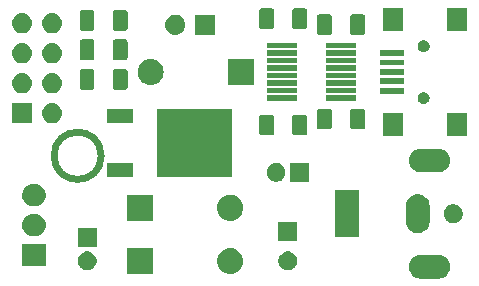
<source format=gbr>
G04 #@! TF.GenerationSoftware,KiCad,Pcbnew,5.0.2-bee76a0~70~ubuntu18.04.1*
G04 #@! TF.CreationDate,2019-05-15T10:04:00-07:00*
G04 #@! TF.ProjectId,shellbell,7368656c-6c62-4656-9c6c-2e6b69636164,rev?*
G04 #@! TF.SameCoordinates,Original*
G04 #@! TF.FileFunction,Soldermask,Top*
G04 #@! TF.FilePolarity,Negative*
%FSLAX46Y46*%
G04 Gerber Fmt 4.6, Leading zero omitted, Abs format (unit mm)*
G04 Created by KiCad (PCBNEW 5.0.2-bee76a0~70~ubuntu18.04.1) date Wed 15 May 2019 10:04:00 AM PDT*
%MOMM*%
%LPD*%
G01*
G04 APERTURE LIST*
%ADD10C,0.600000*%
%ADD11C,0.100000*%
G04 APERTURE END LIST*
D10*
X139200000Y-107600000D02*
G75*
G03X139200000Y-107600000I-2000000J0D01*
G01*
D11*
G36*
X167946034Y-116014470D02*
X168040285Y-116043061D01*
X168134536Y-116071651D01*
X168226969Y-116121058D01*
X168308258Y-116164508D01*
X168460528Y-116289472D01*
X168585492Y-116441742D01*
X168585493Y-116441744D01*
X168678349Y-116615464D01*
X168678349Y-116615465D01*
X168735530Y-116803966D01*
X168754838Y-117000000D01*
X168735530Y-117196034D01*
X168713318Y-117269256D01*
X168678349Y-117384536D01*
X168596113Y-117538388D01*
X168585492Y-117558258D01*
X168460528Y-117710528D01*
X168308258Y-117835492D01*
X168308256Y-117835493D01*
X168134536Y-117928349D01*
X168040285Y-117956939D01*
X167946034Y-117985530D01*
X167799120Y-118000000D01*
X166200880Y-118000000D01*
X166053966Y-117985530D01*
X165959715Y-117956939D01*
X165865464Y-117928349D01*
X165691744Y-117835493D01*
X165691742Y-117835492D01*
X165539472Y-117710528D01*
X165414508Y-117558258D01*
X165403887Y-117538388D01*
X165321651Y-117384536D01*
X165286682Y-117269256D01*
X165264470Y-117196034D01*
X165245162Y-117000000D01*
X165264470Y-116803966D01*
X165321651Y-116615465D01*
X165321651Y-116615464D01*
X165414507Y-116441744D01*
X165414508Y-116441742D01*
X165539472Y-116289472D01*
X165691742Y-116164508D01*
X165773031Y-116121058D01*
X165865464Y-116071651D01*
X165959715Y-116043061D01*
X166053966Y-116014470D01*
X166200880Y-116000000D01*
X167799120Y-116000000D01*
X167946034Y-116014470D01*
X167946034Y-116014470D01*
G37*
G36*
X150335638Y-115415916D02*
X150486153Y-115461575D01*
X150542990Y-115478816D01*
X150665127Y-115544100D01*
X150734084Y-115580958D01*
X150901581Y-115718419D01*
X151039042Y-115885916D01*
X151075900Y-115954873D01*
X151141184Y-116077010D01*
X151158425Y-116133847D01*
X151204084Y-116284362D01*
X151225322Y-116500000D01*
X151204084Y-116715638D01*
X151177289Y-116803967D01*
X151141184Y-116922990D01*
X151125410Y-116952500D01*
X151039042Y-117114084D01*
X150901581Y-117281581D01*
X150734084Y-117419042D01*
X150665127Y-117455900D01*
X150542990Y-117521184D01*
X150486153Y-117538425D01*
X150335638Y-117584084D01*
X150174036Y-117600000D01*
X150065964Y-117600000D01*
X149904362Y-117584084D01*
X149753847Y-117538425D01*
X149697010Y-117521184D01*
X149574873Y-117455900D01*
X149505916Y-117419042D01*
X149338419Y-117281581D01*
X149200958Y-117114084D01*
X149114590Y-116952500D01*
X149098816Y-116922990D01*
X149062711Y-116803967D01*
X149035916Y-116715638D01*
X149014678Y-116500000D01*
X149035916Y-116284362D01*
X149081575Y-116133847D01*
X149098816Y-116077010D01*
X149164100Y-115954873D01*
X149200958Y-115885916D01*
X149338419Y-115718419D01*
X149505916Y-115580958D01*
X149574873Y-115544100D01*
X149697010Y-115478816D01*
X149753847Y-115461575D01*
X149904362Y-115415916D01*
X150065964Y-115400000D01*
X150174036Y-115400000D01*
X150335638Y-115415916D01*
X150335638Y-115415916D01*
G37*
G36*
X143600000Y-117600000D02*
X141400000Y-117600000D01*
X141400000Y-115400000D01*
X143600000Y-115400000D01*
X143600000Y-117600000D01*
X143600000Y-117600000D01*
G37*
G36*
X155233351Y-115730743D02*
X155378942Y-115791049D01*
X155509970Y-115878599D01*
X155621401Y-115990030D01*
X155708951Y-116121058D01*
X155769257Y-116266649D01*
X155800000Y-116421207D01*
X155800000Y-116578793D01*
X155769257Y-116733351D01*
X155708951Y-116878942D01*
X155621401Y-117009970D01*
X155509970Y-117121401D01*
X155378942Y-117208951D01*
X155233351Y-117269257D01*
X155078793Y-117300000D01*
X154921207Y-117300000D01*
X154766649Y-117269257D01*
X154621058Y-117208951D01*
X154490030Y-117121401D01*
X154378599Y-117009970D01*
X154291049Y-116878942D01*
X154230743Y-116733351D01*
X154200000Y-116578793D01*
X154200000Y-116421207D01*
X154230743Y-116266649D01*
X154291049Y-116121058D01*
X154378599Y-115990030D01*
X154490030Y-115878599D01*
X154621058Y-115791049D01*
X154766649Y-115730743D01*
X154921207Y-115700000D01*
X155078793Y-115700000D01*
X155233351Y-115730743D01*
X155233351Y-115730743D01*
G37*
G36*
X138233351Y-115730743D02*
X138378942Y-115791049D01*
X138509970Y-115878599D01*
X138621401Y-115990030D01*
X138708951Y-116121058D01*
X138769257Y-116266649D01*
X138800000Y-116421207D01*
X138800000Y-116578793D01*
X138769257Y-116733351D01*
X138708951Y-116878942D01*
X138621401Y-117009970D01*
X138509970Y-117121401D01*
X138378942Y-117208951D01*
X138233351Y-117269257D01*
X138078793Y-117300000D01*
X137921207Y-117300000D01*
X137766649Y-117269257D01*
X137621058Y-117208951D01*
X137490030Y-117121401D01*
X137378599Y-117009970D01*
X137291049Y-116878942D01*
X137230743Y-116733351D01*
X137200000Y-116578793D01*
X137200000Y-116421207D01*
X137230743Y-116266649D01*
X137291049Y-116121058D01*
X137378599Y-115990030D01*
X137490030Y-115878599D01*
X137621058Y-115791049D01*
X137766649Y-115730743D01*
X137921207Y-115700000D01*
X138078793Y-115700000D01*
X138233351Y-115730743D01*
X138233351Y-115730743D01*
G37*
G36*
X134500000Y-116952500D02*
X132500000Y-116952500D01*
X132500000Y-115047500D01*
X134500000Y-115047500D01*
X134500000Y-116952500D01*
X134500000Y-116952500D01*
G37*
G36*
X138800000Y-115300000D02*
X137200000Y-115300000D01*
X137200000Y-113700000D01*
X138800000Y-113700000D01*
X138800000Y-115300000D01*
X138800000Y-115300000D01*
G37*
G36*
X155800000Y-114800000D02*
X154200000Y-114800000D01*
X154200000Y-113200000D01*
X155800000Y-113200000D01*
X155800000Y-114800000D01*
X155800000Y-114800000D01*
G37*
G36*
X161000000Y-114500000D02*
X159000000Y-114500000D01*
X159000000Y-110500000D01*
X161000000Y-110500000D01*
X161000000Y-114500000D01*
X161000000Y-114500000D01*
G37*
G36*
X133734223Y-112521283D02*
X133823996Y-112548516D01*
X133913771Y-112575748D01*
X134019531Y-112632278D01*
X134079241Y-112664194D01*
X134224278Y-112783222D01*
X134343306Y-112928259D01*
X134375222Y-112987969D01*
X134431752Y-113093729D01*
X134433654Y-113100000D01*
X134486217Y-113273277D01*
X134504608Y-113460000D01*
X134486217Y-113646723D01*
X134467551Y-113708256D01*
X134431752Y-113826271D01*
X134375222Y-113932031D01*
X134343306Y-113991741D01*
X134224278Y-114136778D01*
X134079241Y-114255806D01*
X134019531Y-114287722D01*
X133913771Y-114344252D01*
X133823996Y-114371485D01*
X133734223Y-114398717D01*
X133594285Y-114412500D01*
X133405715Y-114412500D01*
X133265777Y-114398717D01*
X133176004Y-114371485D01*
X133086229Y-114344252D01*
X132980469Y-114287722D01*
X132920759Y-114255806D01*
X132775722Y-114136778D01*
X132656694Y-113991741D01*
X132624778Y-113932031D01*
X132568248Y-113826271D01*
X132532449Y-113708256D01*
X132513783Y-113646723D01*
X132495392Y-113460000D01*
X132513783Y-113273277D01*
X132566346Y-113100000D01*
X132568248Y-113093729D01*
X132624778Y-112987969D01*
X132656694Y-112928259D01*
X132775722Y-112783222D01*
X132920759Y-112664194D01*
X132980469Y-112632278D01*
X133086229Y-112575748D01*
X133176004Y-112548516D01*
X133265777Y-112521283D01*
X133405715Y-112507500D01*
X133594285Y-112507500D01*
X133734223Y-112521283D01*
X133734223Y-112521283D01*
G37*
G36*
X166196033Y-110864470D02*
X166290283Y-110893060D01*
X166384535Y-110921651D01*
X166491483Y-110978816D01*
X166558258Y-111014508D01*
X166710528Y-111139472D01*
X166835492Y-111291742D01*
X166835493Y-111291744D01*
X166928349Y-111465464D01*
X166956939Y-111559715D01*
X166985530Y-111653966D01*
X167000000Y-111800880D01*
X167000000Y-113199120D01*
X166985530Y-113346034D01*
X166956939Y-113440285D01*
X166928349Y-113534536D01*
X166868384Y-113646721D01*
X166835492Y-113708258D01*
X166710528Y-113860528D01*
X166558258Y-113985492D01*
X166558256Y-113985493D01*
X166384536Y-114078349D01*
X166290284Y-114106940D01*
X166196034Y-114135530D01*
X166000000Y-114154838D01*
X165803967Y-114135530D01*
X165709717Y-114106940D01*
X165615465Y-114078349D01*
X165441745Y-113985493D01*
X165441743Y-113985492D01*
X165289473Y-113860528D01*
X165164509Y-113708258D01*
X165131617Y-113646721D01*
X165071650Y-113534532D01*
X165014470Y-113346038D01*
X165000000Y-113199120D01*
X165000000Y-111800881D01*
X165014470Y-111653968D01*
X165014471Y-111653966D01*
X165071651Y-111465466D01*
X165071651Y-111465465D01*
X165164507Y-111291744D01*
X165164508Y-111291742D01*
X165289472Y-111139472D01*
X165441742Y-111014508D01*
X165508517Y-110978816D01*
X165615464Y-110921651D01*
X165709716Y-110893060D01*
X165803966Y-110864470D01*
X166000000Y-110845162D01*
X166196033Y-110864470D01*
X166196033Y-110864470D01*
G37*
G36*
X169233351Y-111730743D02*
X169378942Y-111791049D01*
X169509970Y-111878599D01*
X169621401Y-111990030D01*
X169708951Y-112121058D01*
X169769257Y-112266649D01*
X169800000Y-112421207D01*
X169800000Y-112578793D01*
X169769257Y-112733351D01*
X169708951Y-112878942D01*
X169621401Y-113009970D01*
X169509970Y-113121401D01*
X169378942Y-113208951D01*
X169233351Y-113269257D01*
X169078793Y-113300000D01*
X168921207Y-113300000D01*
X168766649Y-113269257D01*
X168621058Y-113208951D01*
X168490030Y-113121401D01*
X168378599Y-113009970D01*
X168291049Y-112878942D01*
X168230743Y-112733351D01*
X168200000Y-112578793D01*
X168200000Y-112421207D01*
X168230743Y-112266649D01*
X168291049Y-112121058D01*
X168378599Y-111990030D01*
X168490030Y-111878599D01*
X168621058Y-111791049D01*
X168766649Y-111730743D01*
X168921207Y-111700000D01*
X169078793Y-111700000D01*
X169233351Y-111730743D01*
X169233351Y-111730743D01*
G37*
G36*
X150335638Y-110915916D02*
X150486153Y-110961575D01*
X150542990Y-110978816D01*
X150665127Y-111044100D01*
X150734084Y-111080958D01*
X150901581Y-111218419D01*
X151039042Y-111385916D01*
X151074224Y-111451738D01*
X151141184Y-111577010D01*
X151147180Y-111596777D01*
X151204084Y-111784362D01*
X151225322Y-112000000D01*
X151204084Y-112215638D01*
X151158425Y-112366153D01*
X151141184Y-112422990D01*
X151096012Y-112507500D01*
X151039042Y-112614084D01*
X150901581Y-112781581D01*
X150734084Y-112919042D01*
X150716834Y-112928262D01*
X150542990Y-113021184D01*
X150486153Y-113038425D01*
X150335638Y-113084084D01*
X150174036Y-113100000D01*
X150065964Y-113100000D01*
X149904362Y-113084084D01*
X149753847Y-113038425D01*
X149697010Y-113021184D01*
X149523166Y-112928262D01*
X149505916Y-112919042D01*
X149338419Y-112781581D01*
X149200958Y-112614084D01*
X149143988Y-112507500D01*
X149098816Y-112422990D01*
X149081575Y-112366153D01*
X149035916Y-112215638D01*
X149014678Y-112000000D01*
X149035916Y-111784362D01*
X149092820Y-111596777D01*
X149098816Y-111577010D01*
X149165776Y-111451738D01*
X149200958Y-111385916D01*
X149338419Y-111218419D01*
X149505916Y-111080958D01*
X149574873Y-111044100D01*
X149697010Y-110978816D01*
X149753847Y-110961575D01*
X149904362Y-110915916D01*
X150065964Y-110900000D01*
X150174036Y-110900000D01*
X150335638Y-110915916D01*
X150335638Y-110915916D01*
G37*
G36*
X143600000Y-113100000D02*
X141400000Y-113100000D01*
X141400000Y-110900000D01*
X143600000Y-110900000D01*
X143600000Y-113100000D01*
X143600000Y-113100000D01*
G37*
G36*
X133734223Y-109981283D02*
X133823996Y-110008515D01*
X133913771Y-110035748D01*
X134019531Y-110092278D01*
X134079241Y-110124194D01*
X134224278Y-110243222D01*
X134343306Y-110388259D01*
X134375222Y-110447969D01*
X134431752Y-110553729D01*
X134458984Y-110643504D01*
X134486217Y-110733277D01*
X134504608Y-110920000D01*
X134486217Y-111106723D01*
X134476282Y-111139473D01*
X134431752Y-111286271D01*
X134378490Y-111385916D01*
X134343306Y-111451741D01*
X134224278Y-111596778D01*
X134079241Y-111715806D01*
X134019531Y-111747722D01*
X133913771Y-111804252D01*
X133823996Y-111831484D01*
X133734223Y-111858717D01*
X133594285Y-111872500D01*
X133405715Y-111872500D01*
X133265777Y-111858717D01*
X133176004Y-111831484D01*
X133086229Y-111804252D01*
X132980469Y-111747722D01*
X132920759Y-111715806D01*
X132775722Y-111596778D01*
X132656694Y-111451741D01*
X132621510Y-111385916D01*
X132568248Y-111286271D01*
X132523718Y-111139473D01*
X132513783Y-111106723D01*
X132495392Y-110920000D01*
X132513783Y-110733277D01*
X132541016Y-110643504D01*
X132568248Y-110553729D01*
X132624778Y-110447969D01*
X132656694Y-110388259D01*
X132775722Y-110243222D01*
X132920759Y-110124194D01*
X132980469Y-110092278D01*
X133086229Y-110035748D01*
X133176004Y-110008515D01*
X133265777Y-109981283D01*
X133405715Y-109967500D01*
X133594285Y-109967500D01*
X133734223Y-109981283D01*
X133734223Y-109981283D01*
G37*
G36*
X154233351Y-108230743D02*
X154378942Y-108291049D01*
X154509970Y-108378599D01*
X154621401Y-108490030D01*
X154708951Y-108621058D01*
X154769257Y-108766649D01*
X154800000Y-108921207D01*
X154800000Y-109078793D01*
X154769257Y-109233351D01*
X154708951Y-109378942D01*
X154621401Y-109509970D01*
X154509970Y-109621401D01*
X154378942Y-109708951D01*
X154233351Y-109769257D01*
X154078793Y-109800000D01*
X153921207Y-109800000D01*
X153766649Y-109769257D01*
X153621058Y-109708951D01*
X153490030Y-109621401D01*
X153378599Y-109509970D01*
X153291049Y-109378942D01*
X153230743Y-109233351D01*
X153200000Y-109078793D01*
X153200000Y-108921207D01*
X153230743Y-108766649D01*
X153291049Y-108621058D01*
X153378599Y-108490030D01*
X153490030Y-108378599D01*
X153621058Y-108291049D01*
X153766649Y-108230743D01*
X153921207Y-108200000D01*
X154078793Y-108200000D01*
X154233351Y-108230743D01*
X154233351Y-108230743D01*
G37*
G36*
X156800000Y-109800000D02*
X155200000Y-109800000D01*
X155200000Y-108200000D01*
X156800000Y-108200000D01*
X156800000Y-109800000D01*
X156800000Y-109800000D01*
G37*
G36*
X150300000Y-109400000D02*
X143900000Y-109400000D01*
X143900000Y-103600000D01*
X150300000Y-103600000D01*
X150300000Y-109400000D01*
X150300000Y-109400000D01*
G37*
G36*
X141900000Y-109380000D02*
X139700000Y-109380000D01*
X139700000Y-108180000D01*
X141900000Y-108180000D01*
X141900000Y-109380000D01*
X141900000Y-109380000D01*
G37*
G36*
X167946034Y-107014470D02*
X168040284Y-107043060D01*
X168134536Y-107071651D01*
X168288388Y-107153887D01*
X168308258Y-107164508D01*
X168460528Y-107289472D01*
X168585492Y-107441742D01*
X168585493Y-107441744D01*
X168678349Y-107615464D01*
X168735530Y-107803967D01*
X168754838Y-108000000D01*
X168735530Y-108196033D01*
X168678349Y-108384536D01*
X168621961Y-108490030D01*
X168585492Y-108558258D01*
X168460528Y-108710528D01*
X168308258Y-108835492D01*
X168308256Y-108835493D01*
X168134536Y-108928349D01*
X168040285Y-108956939D01*
X167946034Y-108985530D01*
X167799120Y-109000000D01*
X166200880Y-109000000D01*
X166053966Y-108985530D01*
X165959715Y-108956939D01*
X165865464Y-108928349D01*
X165691744Y-108835493D01*
X165691742Y-108835492D01*
X165539472Y-108710528D01*
X165414508Y-108558258D01*
X165378039Y-108490030D01*
X165321651Y-108384536D01*
X165264470Y-108196033D01*
X165245162Y-108000000D01*
X165264470Y-107803967D01*
X165321651Y-107615464D01*
X165414507Y-107441744D01*
X165414508Y-107441742D01*
X165539472Y-107289472D01*
X165691742Y-107164508D01*
X165711612Y-107153887D01*
X165865464Y-107071651D01*
X165959716Y-107043060D01*
X166053966Y-107014470D01*
X166200880Y-107000000D01*
X167799120Y-107000000D01*
X167946034Y-107014470D01*
X167946034Y-107014470D01*
G37*
G36*
X170200000Y-105950000D02*
X168500000Y-105950000D01*
X168500000Y-103950000D01*
X170200000Y-103950000D01*
X170200000Y-105950000D01*
X170200000Y-105950000D01*
G37*
G36*
X164750000Y-105950000D02*
X163050000Y-105950000D01*
X163050000Y-103950000D01*
X164750000Y-103950000D01*
X164750000Y-105950000D01*
X164750000Y-105950000D01*
G37*
G36*
X156459924Y-104129295D02*
X156498309Y-104140939D01*
X156533692Y-104159852D01*
X156564700Y-104185300D01*
X156590148Y-104216308D01*
X156609061Y-104251691D01*
X156620705Y-104290076D01*
X156625000Y-104333686D01*
X156625000Y-105666314D01*
X156620705Y-105709924D01*
X156609061Y-105748309D01*
X156590148Y-105783692D01*
X156564700Y-105814700D01*
X156533692Y-105840148D01*
X156498309Y-105859061D01*
X156459924Y-105870705D01*
X156416314Y-105875000D01*
X155583686Y-105875000D01*
X155540076Y-105870705D01*
X155501691Y-105859061D01*
X155466308Y-105840148D01*
X155435300Y-105814700D01*
X155409852Y-105783692D01*
X155390939Y-105748309D01*
X155379295Y-105709924D01*
X155375000Y-105666314D01*
X155375000Y-104333686D01*
X155379295Y-104290076D01*
X155390939Y-104251691D01*
X155409852Y-104216308D01*
X155435300Y-104185300D01*
X155466308Y-104159852D01*
X155501691Y-104140939D01*
X155540076Y-104129295D01*
X155583686Y-104125000D01*
X156416314Y-104125000D01*
X156459924Y-104129295D01*
X156459924Y-104129295D01*
G37*
G36*
X153659924Y-104129295D02*
X153698309Y-104140939D01*
X153733692Y-104159852D01*
X153764700Y-104185300D01*
X153790148Y-104216308D01*
X153809061Y-104251691D01*
X153820705Y-104290076D01*
X153825000Y-104333686D01*
X153825000Y-105666314D01*
X153820705Y-105709924D01*
X153809061Y-105748309D01*
X153790148Y-105783692D01*
X153764700Y-105814700D01*
X153733692Y-105840148D01*
X153698309Y-105859061D01*
X153659924Y-105870705D01*
X153616314Y-105875000D01*
X152783686Y-105875000D01*
X152740076Y-105870705D01*
X152701691Y-105859061D01*
X152666308Y-105840148D01*
X152635300Y-105814700D01*
X152609852Y-105783692D01*
X152590939Y-105748309D01*
X152579295Y-105709924D01*
X152575000Y-105666314D01*
X152575000Y-104333686D01*
X152579295Y-104290076D01*
X152590939Y-104251691D01*
X152609852Y-104216308D01*
X152635300Y-104185300D01*
X152666308Y-104159852D01*
X152701691Y-104140939D01*
X152740076Y-104129295D01*
X152783686Y-104125000D01*
X153616314Y-104125000D01*
X153659924Y-104129295D01*
X153659924Y-104129295D01*
G37*
G36*
X158559924Y-103629295D02*
X158598309Y-103640939D01*
X158633692Y-103659852D01*
X158664700Y-103685300D01*
X158690148Y-103716308D01*
X158709061Y-103751691D01*
X158720705Y-103790076D01*
X158725000Y-103833686D01*
X158725000Y-105166314D01*
X158720705Y-105209924D01*
X158709061Y-105248309D01*
X158690148Y-105283692D01*
X158664700Y-105314700D01*
X158633692Y-105340148D01*
X158598309Y-105359061D01*
X158559924Y-105370705D01*
X158516314Y-105375000D01*
X157683686Y-105375000D01*
X157640076Y-105370705D01*
X157601691Y-105359061D01*
X157566308Y-105340148D01*
X157535300Y-105314700D01*
X157509852Y-105283692D01*
X157490939Y-105248309D01*
X157479295Y-105209924D01*
X157475000Y-105166314D01*
X157475000Y-103833686D01*
X157479295Y-103790076D01*
X157490939Y-103751691D01*
X157509852Y-103716308D01*
X157535300Y-103685300D01*
X157566308Y-103659852D01*
X157601691Y-103640939D01*
X157640076Y-103629295D01*
X157683686Y-103625000D01*
X158516314Y-103625000D01*
X158559924Y-103629295D01*
X158559924Y-103629295D01*
G37*
G36*
X161359924Y-103629295D02*
X161398309Y-103640939D01*
X161433692Y-103659852D01*
X161464700Y-103685300D01*
X161490148Y-103716308D01*
X161509061Y-103751691D01*
X161520705Y-103790076D01*
X161525000Y-103833686D01*
X161525000Y-105166314D01*
X161520705Y-105209924D01*
X161509061Y-105248309D01*
X161490148Y-105283692D01*
X161464700Y-105314700D01*
X161433692Y-105340148D01*
X161398309Y-105359061D01*
X161359924Y-105370705D01*
X161316314Y-105375000D01*
X160483686Y-105375000D01*
X160440076Y-105370705D01*
X160401691Y-105359061D01*
X160366308Y-105340148D01*
X160335300Y-105314700D01*
X160309852Y-105283692D01*
X160290939Y-105248309D01*
X160279295Y-105209924D01*
X160275000Y-105166314D01*
X160275000Y-103833686D01*
X160279295Y-103790076D01*
X160290939Y-103751691D01*
X160309852Y-103716308D01*
X160335300Y-103685300D01*
X160366308Y-103659852D01*
X160401691Y-103640939D01*
X160440076Y-103629295D01*
X160483686Y-103625000D01*
X161316314Y-103625000D01*
X161359924Y-103629295D01*
X161359924Y-103629295D01*
G37*
G36*
X133350000Y-104850000D02*
X131650000Y-104850000D01*
X131650000Y-103150000D01*
X133350000Y-103150000D01*
X133350000Y-104850000D01*
X133350000Y-104850000D01*
G37*
G36*
X135206629Y-103162300D02*
X135366855Y-103210903D01*
X135514519Y-103289832D01*
X135643948Y-103396052D01*
X135750168Y-103525481D01*
X135829097Y-103673145D01*
X135877700Y-103833371D01*
X135894112Y-104000000D01*
X135877700Y-104166629D01*
X135829097Y-104326855D01*
X135750168Y-104474519D01*
X135643948Y-104603948D01*
X135514519Y-104710168D01*
X135366855Y-104789097D01*
X135206629Y-104837700D01*
X135081749Y-104850000D01*
X134998251Y-104850000D01*
X134873371Y-104837700D01*
X134713145Y-104789097D01*
X134565481Y-104710168D01*
X134436052Y-104603948D01*
X134329832Y-104474519D01*
X134250903Y-104326855D01*
X134202300Y-104166629D01*
X134185888Y-104000000D01*
X134202300Y-103833371D01*
X134250903Y-103673145D01*
X134329832Y-103525481D01*
X134436052Y-103396052D01*
X134565481Y-103289832D01*
X134713145Y-103210903D01*
X134873371Y-103162300D01*
X134998251Y-103150000D01*
X135081749Y-103150000D01*
X135206629Y-103162300D01*
X135206629Y-103162300D01*
G37*
G36*
X141900000Y-104820000D02*
X139700000Y-104820000D01*
X139700000Y-103620000D01*
X141900000Y-103620000D01*
X141900000Y-104820000D01*
X141900000Y-104820000D01*
G37*
G36*
X166645845Y-102219215D02*
X166736839Y-102256906D01*
X166818731Y-102311624D01*
X166888376Y-102381269D01*
X166943094Y-102463161D01*
X166980785Y-102554155D01*
X167000000Y-102650755D01*
X167000000Y-102749245D01*
X166980785Y-102845845D01*
X166943094Y-102936839D01*
X166888376Y-103018731D01*
X166818731Y-103088376D01*
X166736839Y-103143094D01*
X166645845Y-103180785D01*
X166549246Y-103200000D01*
X166450754Y-103200000D01*
X166354155Y-103180785D01*
X166263161Y-103143094D01*
X166181269Y-103088376D01*
X166111624Y-103018731D01*
X166056906Y-102936839D01*
X166019215Y-102845845D01*
X166000000Y-102749245D01*
X166000000Y-102650755D01*
X166019215Y-102554155D01*
X166056906Y-102463161D01*
X166111624Y-102381269D01*
X166181269Y-102311624D01*
X166263161Y-102256906D01*
X166354155Y-102219215D01*
X166450754Y-102200000D01*
X166549246Y-102200000D01*
X166645845Y-102219215D01*
X166645845Y-102219215D01*
G37*
G36*
X160733800Y-102951100D02*
X158193800Y-102951100D01*
X158193800Y-102493900D01*
X160733800Y-102493900D01*
X160733800Y-102951100D01*
X160733800Y-102951100D01*
G37*
G36*
X155806200Y-102951100D02*
X153266200Y-102951100D01*
X153266200Y-102493900D01*
X155806200Y-102493900D01*
X155806200Y-102951100D01*
X155806200Y-102951100D01*
G37*
G36*
X164800000Y-102350000D02*
X162800000Y-102350000D01*
X162800000Y-101850000D01*
X164800000Y-101850000D01*
X164800000Y-102350000D01*
X164800000Y-102350000D01*
G37*
G36*
X155806200Y-102316100D02*
X153266200Y-102316100D01*
X153266200Y-101858900D01*
X155806200Y-101858900D01*
X155806200Y-102316100D01*
X155806200Y-102316100D01*
G37*
G36*
X160733800Y-102316100D02*
X158193800Y-102316100D01*
X158193800Y-101858900D01*
X160733800Y-101858900D01*
X160733800Y-102316100D01*
X160733800Y-102316100D01*
G37*
G36*
X132666629Y-100622300D02*
X132826855Y-100670903D01*
X132974519Y-100749832D01*
X133103948Y-100856052D01*
X133210168Y-100985481D01*
X133289097Y-101133145D01*
X133337700Y-101293371D01*
X133354112Y-101460000D01*
X133337700Y-101626629D01*
X133289097Y-101786855D01*
X133210168Y-101934519D01*
X133103948Y-102063948D01*
X132974519Y-102170168D01*
X132826855Y-102249097D01*
X132666629Y-102297700D01*
X132541749Y-102310000D01*
X132458251Y-102310000D01*
X132333371Y-102297700D01*
X132173145Y-102249097D01*
X132025481Y-102170168D01*
X131896052Y-102063948D01*
X131789832Y-101934519D01*
X131710903Y-101786855D01*
X131662300Y-101626629D01*
X131645888Y-101460000D01*
X131662300Y-101293371D01*
X131710903Y-101133145D01*
X131789832Y-100985481D01*
X131896052Y-100856052D01*
X132025481Y-100749832D01*
X132173145Y-100670903D01*
X132333371Y-100622300D01*
X132458251Y-100610000D01*
X132541749Y-100610000D01*
X132666629Y-100622300D01*
X132666629Y-100622300D01*
G37*
G36*
X135206629Y-100622300D02*
X135366855Y-100670903D01*
X135514519Y-100749832D01*
X135643948Y-100856052D01*
X135750168Y-100985481D01*
X135829097Y-101133145D01*
X135877700Y-101293371D01*
X135894112Y-101460000D01*
X135877700Y-101626629D01*
X135829097Y-101786855D01*
X135750168Y-101934519D01*
X135643948Y-102063948D01*
X135514519Y-102170168D01*
X135366855Y-102249097D01*
X135206629Y-102297700D01*
X135081749Y-102310000D01*
X134998251Y-102310000D01*
X134873371Y-102297700D01*
X134713145Y-102249097D01*
X134565481Y-102170168D01*
X134436052Y-102063948D01*
X134329832Y-101934519D01*
X134250903Y-101786855D01*
X134202300Y-101626629D01*
X134185888Y-101460000D01*
X134202300Y-101293371D01*
X134250903Y-101133145D01*
X134329832Y-100985481D01*
X134436052Y-100856052D01*
X134565481Y-100749832D01*
X134713145Y-100670903D01*
X134873371Y-100622300D01*
X134998251Y-100610000D01*
X135081749Y-100610000D01*
X135206629Y-100622300D01*
X135206629Y-100622300D01*
G37*
G36*
X138462417Y-100253898D02*
X138500802Y-100265542D01*
X138536185Y-100284455D01*
X138567193Y-100309903D01*
X138592641Y-100340911D01*
X138611554Y-100376294D01*
X138623198Y-100414679D01*
X138627493Y-100458289D01*
X138627493Y-101790917D01*
X138623198Y-101834527D01*
X138611554Y-101872912D01*
X138592641Y-101908295D01*
X138567193Y-101939303D01*
X138536185Y-101964751D01*
X138500802Y-101983664D01*
X138462417Y-101995308D01*
X138418807Y-101999603D01*
X137586179Y-101999603D01*
X137542569Y-101995308D01*
X137504184Y-101983664D01*
X137468801Y-101964751D01*
X137437793Y-101939303D01*
X137412345Y-101908295D01*
X137393432Y-101872912D01*
X137381788Y-101834527D01*
X137377493Y-101790917D01*
X137377493Y-100458289D01*
X137381788Y-100414679D01*
X137393432Y-100376294D01*
X137412345Y-100340911D01*
X137437793Y-100309903D01*
X137468801Y-100284455D01*
X137504184Y-100265542D01*
X137542569Y-100253898D01*
X137586179Y-100249603D01*
X138418807Y-100249603D01*
X138462417Y-100253898D01*
X138462417Y-100253898D01*
G37*
G36*
X141262417Y-100253898D02*
X141300802Y-100265542D01*
X141336185Y-100284455D01*
X141367193Y-100309903D01*
X141392641Y-100340911D01*
X141411554Y-100376294D01*
X141423198Y-100414679D01*
X141427493Y-100458289D01*
X141427493Y-101790917D01*
X141423198Y-101834527D01*
X141411554Y-101872912D01*
X141392641Y-101908295D01*
X141367193Y-101939303D01*
X141336185Y-101964751D01*
X141300802Y-101983664D01*
X141262417Y-101995308D01*
X141218807Y-101999603D01*
X140386179Y-101999603D01*
X140342569Y-101995308D01*
X140304184Y-101983664D01*
X140268801Y-101964751D01*
X140237793Y-101939303D01*
X140212345Y-101908295D01*
X140193432Y-101872912D01*
X140181788Y-101834527D01*
X140177493Y-101790917D01*
X140177493Y-100458289D01*
X140181788Y-100414679D01*
X140193432Y-100376294D01*
X140212345Y-100340911D01*
X140237793Y-100309903D01*
X140268801Y-100284455D01*
X140304184Y-100265542D01*
X140342569Y-100253898D01*
X140386179Y-100249603D01*
X141218807Y-100249603D01*
X141262417Y-100253898D01*
X141262417Y-100253898D01*
G37*
G36*
X155806200Y-101681100D02*
X153266200Y-101681100D01*
X153266200Y-101223900D01*
X155806200Y-101223900D01*
X155806200Y-101681100D01*
X155806200Y-101681100D01*
G37*
G36*
X160733800Y-101681100D02*
X158193800Y-101681100D01*
X158193800Y-101223900D01*
X160733800Y-101223900D01*
X160733800Y-101681100D01*
X160733800Y-101681100D01*
G37*
G36*
X143595638Y-99415916D02*
X143746153Y-99461575D01*
X143802990Y-99478816D01*
X143887425Y-99523948D01*
X143994084Y-99580958D01*
X144161581Y-99718419D01*
X144299042Y-99885916D01*
X144333295Y-99950000D01*
X144401184Y-100077010D01*
X144418425Y-100133847D01*
X144464084Y-100284362D01*
X144485322Y-100500000D01*
X144464084Y-100715638D01*
X144421489Y-100856052D01*
X144401184Y-100922990D01*
X144335900Y-101045127D01*
X144299042Y-101114084D01*
X144161581Y-101281581D01*
X143994084Y-101419042D01*
X143925127Y-101455900D01*
X143802990Y-101521184D01*
X143746153Y-101538425D01*
X143595638Y-101584084D01*
X143434036Y-101600000D01*
X143325964Y-101600000D01*
X143164362Y-101584084D01*
X143013847Y-101538425D01*
X142957010Y-101521184D01*
X142834873Y-101455900D01*
X142765916Y-101419042D01*
X142598419Y-101281581D01*
X142460958Y-101114084D01*
X142424100Y-101045127D01*
X142358816Y-100922990D01*
X142338511Y-100856052D01*
X142295916Y-100715638D01*
X142274678Y-100500000D01*
X142295916Y-100284362D01*
X142341575Y-100133847D01*
X142358816Y-100077010D01*
X142426705Y-99950000D01*
X142460958Y-99885916D01*
X142598419Y-99718419D01*
X142765916Y-99580958D01*
X142872575Y-99523948D01*
X142957010Y-99478816D01*
X143013847Y-99461575D01*
X143164362Y-99415916D01*
X143325964Y-99400000D01*
X143434036Y-99400000D01*
X143595638Y-99415916D01*
X143595638Y-99415916D01*
G37*
G36*
X152100000Y-101600000D02*
X149900000Y-101600000D01*
X149900000Y-99400000D01*
X152100000Y-99400000D01*
X152100000Y-101600000D01*
X152100000Y-101600000D01*
G37*
G36*
X164800000Y-101550000D02*
X162800000Y-101550000D01*
X162800000Y-101050000D01*
X164800000Y-101050000D01*
X164800000Y-101550000D01*
X164800000Y-101550000D01*
G37*
G36*
X155806200Y-101046100D02*
X153266200Y-101046100D01*
X153266200Y-100588900D01*
X155806200Y-100588900D01*
X155806200Y-101046100D01*
X155806200Y-101046100D01*
G37*
G36*
X160733800Y-101046100D02*
X158193800Y-101046100D01*
X158193800Y-100588900D01*
X160733800Y-100588900D01*
X160733800Y-101046100D01*
X160733800Y-101046100D01*
G37*
G36*
X164800000Y-100750000D02*
X162800000Y-100750000D01*
X162800000Y-100250000D01*
X164800000Y-100250000D01*
X164800000Y-100750000D01*
X164800000Y-100750000D01*
G37*
G36*
X160733800Y-100411100D02*
X158193800Y-100411100D01*
X158193800Y-99953900D01*
X160733800Y-99953900D01*
X160733800Y-100411100D01*
X160733800Y-100411100D01*
G37*
G36*
X155806200Y-100411100D02*
X153266200Y-100411100D01*
X153266200Y-99953900D01*
X155806200Y-99953900D01*
X155806200Y-100411100D01*
X155806200Y-100411100D01*
G37*
G36*
X164800000Y-99950000D02*
X162800000Y-99950000D01*
X162800000Y-99450000D01*
X164800000Y-99450000D01*
X164800000Y-99950000D01*
X164800000Y-99950000D01*
G37*
G36*
X160733800Y-99776100D02*
X158193800Y-99776100D01*
X158193800Y-99318900D01*
X160733800Y-99318900D01*
X160733800Y-99776100D01*
X160733800Y-99776100D01*
G37*
G36*
X155806200Y-99776100D02*
X153266200Y-99776100D01*
X153266200Y-99318900D01*
X155806200Y-99318900D01*
X155806200Y-99776100D01*
X155806200Y-99776100D01*
G37*
G36*
X135206629Y-98082300D02*
X135366855Y-98130903D01*
X135514519Y-98209832D01*
X135643948Y-98316052D01*
X135750168Y-98445481D01*
X135829097Y-98593145D01*
X135877700Y-98753371D01*
X135894112Y-98920000D01*
X135877700Y-99086629D01*
X135829097Y-99246855D01*
X135750168Y-99394519D01*
X135643948Y-99523948D01*
X135514519Y-99630168D01*
X135366855Y-99709097D01*
X135206629Y-99757700D01*
X135081749Y-99770000D01*
X134998251Y-99770000D01*
X134873371Y-99757700D01*
X134713145Y-99709097D01*
X134565481Y-99630168D01*
X134436052Y-99523948D01*
X134329832Y-99394519D01*
X134250903Y-99246855D01*
X134202300Y-99086629D01*
X134185888Y-98920000D01*
X134202300Y-98753371D01*
X134250903Y-98593145D01*
X134329832Y-98445481D01*
X134436052Y-98316052D01*
X134565481Y-98209832D01*
X134713145Y-98130903D01*
X134873371Y-98082300D01*
X134998251Y-98070000D01*
X135081749Y-98070000D01*
X135206629Y-98082300D01*
X135206629Y-98082300D01*
G37*
G36*
X132666629Y-98082300D02*
X132826855Y-98130903D01*
X132974519Y-98209832D01*
X133103948Y-98316052D01*
X133210168Y-98445481D01*
X133289097Y-98593145D01*
X133337700Y-98753371D01*
X133354112Y-98920000D01*
X133337700Y-99086629D01*
X133289097Y-99246855D01*
X133210168Y-99394519D01*
X133103948Y-99523948D01*
X132974519Y-99630168D01*
X132826855Y-99709097D01*
X132666629Y-99757700D01*
X132541749Y-99770000D01*
X132458251Y-99770000D01*
X132333371Y-99757700D01*
X132173145Y-99709097D01*
X132025481Y-99630168D01*
X131896052Y-99523948D01*
X131789832Y-99394519D01*
X131710903Y-99246855D01*
X131662300Y-99086629D01*
X131645888Y-98920000D01*
X131662300Y-98753371D01*
X131710903Y-98593145D01*
X131789832Y-98445481D01*
X131896052Y-98316052D01*
X132025481Y-98209832D01*
X132173145Y-98130903D01*
X132333371Y-98082300D01*
X132458251Y-98070000D01*
X132541749Y-98070000D01*
X132666629Y-98082300D01*
X132666629Y-98082300D01*
G37*
G36*
X138462417Y-97753898D02*
X138500802Y-97765542D01*
X138536185Y-97784455D01*
X138567193Y-97809903D01*
X138592641Y-97840911D01*
X138611554Y-97876294D01*
X138623198Y-97914679D01*
X138627493Y-97958289D01*
X138627493Y-99290917D01*
X138623198Y-99334527D01*
X138611554Y-99372912D01*
X138592641Y-99408295D01*
X138567193Y-99439303D01*
X138536185Y-99464751D01*
X138500802Y-99483664D01*
X138462417Y-99495308D01*
X138418807Y-99499603D01*
X137586179Y-99499603D01*
X137542569Y-99495308D01*
X137504184Y-99483664D01*
X137468801Y-99464751D01*
X137437793Y-99439303D01*
X137412345Y-99408295D01*
X137393432Y-99372912D01*
X137381788Y-99334527D01*
X137377493Y-99290917D01*
X137377493Y-97958289D01*
X137381788Y-97914679D01*
X137393432Y-97876294D01*
X137412345Y-97840911D01*
X137437793Y-97809903D01*
X137468801Y-97784455D01*
X137504184Y-97765542D01*
X137542569Y-97753898D01*
X137586179Y-97749603D01*
X138418807Y-97749603D01*
X138462417Y-97753898D01*
X138462417Y-97753898D01*
G37*
G36*
X141262417Y-97753898D02*
X141300802Y-97765542D01*
X141336185Y-97784455D01*
X141367193Y-97809903D01*
X141392641Y-97840911D01*
X141411554Y-97876294D01*
X141423198Y-97914679D01*
X141427493Y-97958289D01*
X141427493Y-99290917D01*
X141423198Y-99334527D01*
X141411554Y-99372912D01*
X141392641Y-99408295D01*
X141367193Y-99439303D01*
X141336185Y-99464751D01*
X141300802Y-99483664D01*
X141262417Y-99495308D01*
X141218807Y-99499603D01*
X140386179Y-99499603D01*
X140342569Y-99495308D01*
X140304184Y-99483664D01*
X140268801Y-99464751D01*
X140237793Y-99439303D01*
X140212345Y-99408295D01*
X140193432Y-99372912D01*
X140181788Y-99334527D01*
X140177493Y-99290917D01*
X140177493Y-97958289D01*
X140181788Y-97914679D01*
X140193432Y-97876294D01*
X140212345Y-97840911D01*
X140237793Y-97809903D01*
X140268801Y-97784455D01*
X140304184Y-97765542D01*
X140342569Y-97753898D01*
X140386179Y-97749603D01*
X141218807Y-97749603D01*
X141262417Y-97753898D01*
X141262417Y-97753898D01*
G37*
G36*
X164800000Y-99150000D02*
X162800000Y-99150000D01*
X162800000Y-98650000D01*
X164800000Y-98650000D01*
X164800000Y-99150000D01*
X164800000Y-99150000D01*
G37*
G36*
X155806200Y-99141100D02*
X153266200Y-99141100D01*
X153266200Y-98683900D01*
X155806200Y-98683900D01*
X155806200Y-99141100D01*
X155806200Y-99141100D01*
G37*
G36*
X160733800Y-99141100D02*
X158193800Y-99141100D01*
X158193800Y-98683900D01*
X160733800Y-98683900D01*
X160733800Y-99141100D01*
X160733800Y-99141100D01*
G37*
G36*
X166599031Y-97809903D02*
X166645845Y-97819215D01*
X166736839Y-97856906D01*
X166818731Y-97911624D01*
X166888376Y-97981269D01*
X166943094Y-98063161D01*
X166980785Y-98154155D01*
X167000000Y-98250755D01*
X167000000Y-98349245D01*
X166980785Y-98445845D01*
X166943094Y-98536839D01*
X166888376Y-98618731D01*
X166818731Y-98688376D01*
X166736839Y-98743094D01*
X166645845Y-98780785D01*
X166549246Y-98800000D01*
X166450754Y-98800000D01*
X166354155Y-98780785D01*
X166263161Y-98743094D01*
X166181269Y-98688376D01*
X166111624Y-98618731D01*
X166056906Y-98536839D01*
X166019215Y-98445845D01*
X166000000Y-98349245D01*
X166000000Y-98250755D01*
X166019215Y-98154155D01*
X166056906Y-98063161D01*
X166111624Y-97981269D01*
X166181269Y-97911624D01*
X166263161Y-97856906D01*
X166354155Y-97819215D01*
X166400969Y-97809903D01*
X166450754Y-97800000D01*
X166549246Y-97800000D01*
X166599031Y-97809903D01*
X166599031Y-97809903D01*
G37*
G36*
X160733800Y-98506100D02*
X158193800Y-98506100D01*
X158193800Y-98048900D01*
X160733800Y-98048900D01*
X160733800Y-98506100D01*
X160733800Y-98506100D01*
G37*
G36*
X155806200Y-98506100D02*
X153266200Y-98506100D01*
X153266200Y-98048900D01*
X155806200Y-98048900D01*
X155806200Y-98506100D01*
X155806200Y-98506100D01*
G37*
G36*
X158559924Y-95629295D02*
X158598309Y-95640939D01*
X158633692Y-95659852D01*
X158664700Y-95685300D01*
X158690148Y-95716308D01*
X158709061Y-95751691D01*
X158720705Y-95790076D01*
X158725000Y-95833686D01*
X158725000Y-97166314D01*
X158720705Y-97209924D01*
X158709061Y-97248309D01*
X158690148Y-97283692D01*
X158664700Y-97314700D01*
X158633692Y-97340148D01*
X158598309Y-97359061D01*
X158559924Y-97370705D01*
X158516314Y-97375000D01*
X157683686Y-97375000D01*
X157640076Y-97370705D01*
X157601691Y-97359061D01*
X157566308Y-97340148D01*
X157535300Y-97314700D01*
X157509852Y-97283692D01*
X157490939Y-97248309D01*
X157479295Y-97209924D01*
X157475000Y-97166314D01*
X157475000Y-95833686D01*
X157479295Y-95790076D01*
X157490939Y-95751691D01*
X157509852Y-95716308D01*
X157535300Y-95685300D01*
X157566308Y-95659852D01*
X157601691Y-95640939D01*
X157640076Y-95629295D01*
X157683686Y-95625000D01*
X158516314Y-95625000D01*
X158559924Y-95629295D01*
X158559924Y-95629295D01*
G37*
G36*
X161359924Y-95629295D02*
X161398309Y-95640939D01*
X161433692Y-95659852D01*
X161464700Y-95685300D01*
X161490148Y-95716308D01*
X161509061Y-95751691D01*
X161520705Y-95790076D01*
X161525000Y-95833686D01*
X161525000Y-97166314D01*
X161520705Y-97209924D01*
X161509061Y-97248309D01*
X161490148Y-97283692D01*
X161464700Y-97314700D01*
X161433692Y-97340148D01*
X161398309Y-97359061D01*
X161359924Y-97370705D01*
X161316314Y-97375000D01*
X160483686Y-97375000D01*
X160440076Y-97370705D01*
X160401691Y-97359061D01*
X160366308Y-97340148D01*
X160335300Y-97314700D01*
X160309852Y-97283692D01*
X160290939Y-97248309D01*
X160279295Y-97209924D01*
X160275000Y-97166314D01*
X160275000Y-95833686D01*
X160279295Y-95790076D01*
X160290939Y-95751691D01*
X160309852Y-95716308D01*
X160335300Y-95685300D01*
X160366308Y-95659852D01*
X160401691Y-95640939D01*
X160440076Y-95629295D01*
X160483686Y-95625000D01*
X161316314Y-95625000D01*
X161359924Y-95629295D01*
X161359924Y-95629295D01*
G37*
G36*
X145626629Y-95662300D02*
X145786855Y-95710903D01*
X145934519Y-95789832D01*
X146063948Y-95896052D01*
X146170168Y-96025481D01*
X146249097Y-96173145D01*
X146297700Y-96333371D01*
X146314112Y-96500000D01*
X146297700Y-96666629D01*
X146249097Y-96826855D01*
X146170168Y-96974519D01*
X146063948Y-97103948D01*
X145934519Y-97210168D01*
X145786855Y-97289097D01*
X145626629Y-97337700D01*
X145501749Y-97350000D01*
X145418251Y-97350000D01*
X145293371Y-97337700D01*
X145133145Y-97289097D01*
X144985481Y-97210168D01*
X144856052Y-97103948D01*
X144749832Y-96974519D01*
X144670903Y-96826855D01*
X144622300Y-96666629D01*
X144605888Y-96500000D01*
X144622300Y-96333371D01*
X144670903Y-96173145D01*
X144749832Y-96025481D01*
X144856052Y-95896052D01*
X144985481Y-95789832D01*
X145133145Y-95710903D01*
X145293371Y-95662300D01*
X145418251Y-95650000D01*
X145501749Y-95650000D01*
X145626629Y-95662300D01*
X145626629Y-95662300D01*
G37*
G36*
X148850000Y-97350000D02*
X147150000Y-97350000D01*
X147150000Y-95650000D01*
X148850000Y-95650000D01*
X148850000Y-97350000D01*
X148850000Y-97350000D01*
G37*
G36*
X135206629Y-95542300D02*
X135366855Y-95590903D01*
X135514519Y-95669832D01*
X135643948Y-95776052D01*
X135750168Y-95905481D01*
X135829097Y-96053145D01*
X135877700Y-96213371D01*
X135894112Y-96380000D01*
X135877700Y-96546629D01*
X135829097Y-96706855D01*
X135750168Y-96854519D01*
X135643948Y-96983948D01*
X135514519Y-97090168D01*
X135366855Y-97169097D01*
X135206629Y-97217700D01*
X135081749Y-97230000D01*
X134998251Y-97230000D01*
X134873371Y-97217700D01*
X134713145Y-97169097D01*
X134565481Y-97090168D01*
X134436052Y-96983948D01*
X134329832Y-96854519D01*
X134250903Y-96706855D01*
X134202300Y-96546629D01*
X134185888Y-96380000D01*
X134202300Y-96213371D01*
X134250903Y-96053145D01*
X134329832Y-95905481D01*
X134436052Y-95776052D01*
X134565481Y-95669832D01*
X134713145Y-95590903D01*
X134873371Y-95542300D01*
X134998251Y-95530000D01*
X135081749Y-95530000D01*
X135206629Y-95542300D01*
X135206629Y-95542300D01*
G37*
G36*
X132666629Y-95542300D02*
X132826855Y-95590903D01*
X132974519Y-95669832D01*
X133103948Y-95776052D01*
X133210168Y-95905481D01*
X133289097Y-96053145D01*
X133337700Y-96213371D01*
X133354112Y-96380000D01*
X133337700Y-96546629D01*
X133289097Y-96706855D01*
X133210168Y-96854519D01*
X133103948Y-96983948D01*
X132974519Y-97090168D01*
X132826855Y-97169097D01*
X132666629Y-97217700D01*
X132541749Y-97230000D01*
X132458251Y-97230000D01*
X132333371Y-97217700D01*
X132173145Y-97169097D01*
X132025481Y-97090168D01*
X131896052Y-96983948D01*
X131789832Y-96854519D01*
X131710903Y-96706855D01*
X131662300Y-96546629D01*
X131645888Y-96380000D01*
X131662300Y-96213371D01*
X131710903Y-96053145D01*
X131789832Y-95905481D01*
X131896052Y-95776052D01*
X132025481Y-95669832D01*
X132173145Y-95590903D01*
X132333371Y-95542300D01*
X132458251Y-95530000D01*
X132541749Y-95530000D01*
X132666629Y-95542300D01*
X132666629Y-95542300D01*
G37*
G36*
X170200000Y-97050000D02*
X168500000Y-97050000D01*
X168500000Y-95050000D01*
X170200000Y-95050000D01*
X170200000Y-97050000D01*
X170200000Y-97050000D01*
G37*
G36*
X164750000Y-97050000D02*
X163050000Y-97050000D01*
X163050000Y-95050000D01*
X164750000Y-95050000D01*
X164750000Y-97050000D01*
X164750000Y-97050000D01*
G37*
G36*
X141262417Y-95253898D02*
X141300802Y-95265542D01*
X141336185Y-95284455D01*
X141367193Y-95309903D01*
X141392641Y-95340911D01*
X141411554Y-95376294D01*
X141423198Y-95414679D01*
X141427493Y-95458289D01*
X141427493Y-96790917D01*
X141423198Y-96834527D01*
X141411554Y-96872912D01*
X141392641Y-96908295D01*
X141367193Y-96939303D01*
X141336185Y-96964751D01*
X141300802Y-96983664D01*
X141262417Y-96995308D01*
X141218807Y-96999603D01*
X140386179Y-96999603D01*
X140342569Y-96995308D01*
X140304184Y-96983664D01*
X140268801Y-96964751D01*
X140237793Y-96939303D01*
X140212345Y-96908295D01*
X140193432Y-96872912D01*
X140181788Y-96834527D01*
X140177493Y-96790917D01*
X140177493Y-95458289D01*
X140181788Y-95414679D01*
X140193432Y-95376294D01*
X140212345Y-95340911D01*
X140237793Y-95309903D01*
X140268801Y-95284455D01*
X140304184Y-95265542D01*
X140342569Y-95253898D01*
X140386179Y-95249603D01*
X141218807Y-95249603D01*
X141262417Y-95253898D01*
X141262417Y-95253898D01*
G37*
G36*
X138462417Y-95253898D02*
X138500802Y-95265542D01*
X138536185Y-95284455D01*
X138567193Y-95309903D01*
X138592641Y-95340911D01*
X138611554Y-95376294D01*
X138623198Y-95414679D01*
X138627493Y-95458289D01*
X138627493Y-96790917D01*
X138623198Y-96834527D01*
X138611554Y-96872912D01*
X138592641Y-96908295D01*
X138567193Y-96939303D01*
X138536185Y-96964751D01*
X138500802Y-96983664D01*
X138462417Y-96995308D01*
X138418807Y-96999603D01*
X137586179Y-96999603D01*
X137542569Y-96995308D01*
X137504184Y-96983664D01*
X137468801Y-96964751D01*
X137437793Y-96939303D01*
X137412345Y-96908295D01*
X137393432Y-96872912D01*
X137381788Y-96834527D01*
X137377493Y-96790917D01*
X137377493Y-95458289D01*
X137381788Y-95414679D01*
X137393432Y-95376294D01*
X137412345Y-95340911D01*
X137437793Y-95309903D01*
X137468801Y-95284455D01*
X137504184Y-95265542D01*
X137542569Y-95253898D01*
X137586179Y-95249603D01*
X138418807Y-95249603D01*
X138462417Y-95253898D01*
X138462417Y-95253898D01*
G37*
G36*
X156459924Y-95129295D02*
X156498309Y-95140939D01*
X156533692Y-95159852D01*
X156564700Y-95185300D01*
X156590148Y-95216308D01*
X156609061Y-95251691D01*
X156620705Y-95290076D01*
X156625000Y-95333686D01*
X156625000Y-96666314D01*
X156620705Y-96709924D01*
X156609061Y-96748309D01*
X156590148Y-96783692D01*
X156564700Y-96814700D01*
X156533692Y-96840148D01*
X156498309Y-96859061D01*
X156459924Y-96870705D01*
X156416314Y-96875000D01*
X155583686Y-96875000D01*
X155540076Y-96870705D01*
X155501691Y-96859061D01*
X155466308Y-96840148D01*
X155435300Y-96814700D01*
X155409852Y-96783692D01*
X155390939Y-96748309D01*
X155379295Y-96709924D01*
X155375000Y-96666314D01*
X155375000Y-95333686D01*
X155379295Y-95290076D01*
X155390939Y-95251691D01*
X155409852Y-95216308D01*
X155435300Y-95185300D01*
X155466308Y-95159852D01*
X155501691Y-95140939D01*
X155540076Y-95129295D01*
X155583686Y-95125000D01*
X156416314Y-95125000D01*
X156459924Y-95129295D01*
X156459924Y-95129295D01*
G37*
G36*
X153659924Y-95129295D02*
X153698309Y-95140939D01*
X153733692Y-95159852D01*
X153764700Y-95185300D01*
X153790148Y-95216308D01*
X153809061Y-95251691D01*
X153820705Y-95290076D01*
X153825000Y-95333686D01*
X153825000Y-96666314D01*
X153820705Y-96709924D01*
X153809061Y-96748309D01*
X153790148Y-96783692D01*
X153764700Y-96814700D01*
X153733692Y-96840148D01*
X153698309Y-96859061D01*
X153659924Y-96870705D01*
X153616314Y-96875000D01*
X152783686Y-96875000D01*
X152740076Y-96870705D01*
X152701691Y-96859061D01*
X152666308Y-96840148D01*
X152635300Y-96814700D01*
X152609852Y-96783692D01*
X152590939Y-96748309D01*
X152579295Y-96709924D01*
X152575000Y-96666314D01*
X152575000Y-95333686D01*
X152579295Y-95290076D01*
X152590939Y-95251691D01*
X152609852Y-95216308D01*
X152635300Y-95185300D01*
X152666308Y-95159852D01*
X152701691Y-95140939D01*
X152740076Y-95129295D01*
X152783686Y-95125000D01*
X153616314Y-95125000D01*
X153659924Y-95129295D01*
X153659924Y-95129295D01*
G37*
M02*

</source>
